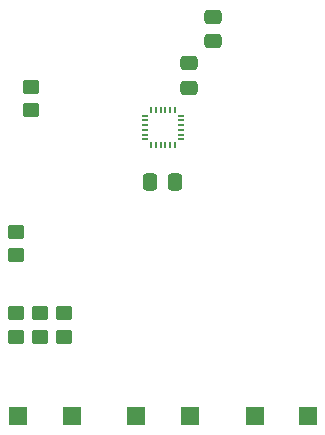
<source format=gbr>
%TF.GenerationSoftware,KiCad,Pcbnew,9.0.3*%
%TF.CreationDate,2025-09-07T19:35:51+01:00*%
%TF.ProjectId,cheetoPet,63686565-746f-4506-9574-2e6b69636164,v0.2*%
%TF.SameCoordinates,Original*%
%TF.FileFunction,Paste,Top*%
%TF.FilePolarity,Positive*%
%FSLAX46Y46*%
G04 Gerber Fmt 4.6, Leading zero omitted, Abs format (unit mm)*
G04 Created by KiCad (PCBNEW 9.0.3) date 2025-09-07 19:35:51*
%MOMM*%
%LPD*%
G01*
G04 APERTURE LIST*
G04 Aperture macros list*
%AMRoundRect*
0 Rectangle with rounded corners*
0 $1 Rounding radius*
0 $2 $3 $4 $5 $6 $7 $8 $9 X,Y pos of 4 corners*
0 Add a 4 corners polygon primitive as box body*
4,1,4,$2,$3,$4,$5,$6,$7,$8,$9,$2,$3,0*
0 Add four circle primitives for the rounded corners*
1,1,$1+$1,$2,$3*
1,1,$1+$1,$4,$5*
1,1,$1+$1,$6,$7*
1,1,$1+$1,$8,$9*
0 Add four rect primitives between the rounded corners*
20,1,$1+$1,$2,$3,$4,$5,0*
20,1,$1+$1,$4,$5,$6,$7,0*
20,1,$1+$1,$6,$7,$8,$9,0*
20,1,$1+$1,$8,$9,$2,$3,0*%
G04 Aperture macros list end*
%ADD10R,1.600000X1.500000*%
%ADD11RoundRect,0.050000X-0.225000X-0.050000X0.225000X-0.050000X0.225000X0.050000X-0.225000X0.050000X0*%
%ADD12RoundRect,0.050000X0.050000X-0.225000X0.050000X0.225000X-0.050000X0.225000X-0.050000X-0.225000X0*%
%ADD13RoundRect,0.250000X0.450000X-0.350000X0.450000X0.350000X-0.450000X0.350000X-0.450000X-0.350000X0*%
%ADD14RoundRect,0.250000X0.475000X-0.337500X0.475000X0.337500X-0.475000X0.337500X-0.475000X-0.337500X0*%
%ADD15RoundRect,0.250000X-0.450000X0.350000X-0.450000X-0.350000X0.450000X-0.350000X0.450000X0.350000X0*%
%ADD16RoundRect,0.250000X-0.337500X-0.475000X0.337500X-0.475000X0.337500X0.475000X-0.337500X0.475000X0*%
G04 APERTURE END LIST*
D10*
%TO.C,SW1*%
X146050000Y-125800000D03*
X150550000Y-125800000D03*
%TD*%
D11*
%TO.C,U2*%
X156800000Y-100400000D03*
X156800000Y-100800000D03*
X156800000Y-101200000D03*
X156800000Y-101600000D03*
X156800000Y-102000000D03*
X156800000Y-102400000D03*
D12*
X157300000Y-102900000D03*
X157700000Y-102900000D03*
X158100000Y-102900000D03*
X158500000Y-102900000D03*
X158900000Y-102900000D03*
X159300000Y-102900000D03*
D11*
X159800000Y-102400000D03*
X159800000Y-102000000D03*
X159800000Y-101600000D03*
X159800000Y-101200000D03*
X159800000Y-100800000D03*
X159800000Y-100400000D03*
D12*
X159300000Y-99900000D03*
X158900000Y-99900000D03*
X158500000Y-99900000D03*
X158100000Y-99900000D03*
X157700000Y-99900000D03*
X157300000Y-99900000D03*
%TD*%
D13*
%TO.C,R8*%
X147150000Y-99950000D03*
X147150000Y-97950000D03*
%TD*%
D10*
%TO.C,SW3*%
X166050000Y-125800000D03*
X170550000Y-125800000D03*
%TD*%
D14*
%TO.C,C4*%
X162500000Y-94087500D03*
X162500000Y-92012500D03*
%TD*%
D13*
%TO.C,R13*%
X145850000Y-112200000D03*
X145850000Y-110200000D03*
%TD*%
D10*
%TO.C,SW2*%
X156050000Y-125800000D03*
X160550000Y-125800000D03*
%TD*%
D13*
%TO.C,R9*%
X149950000Y-119100000D03*
X149950000Y-117100000D03*
%TD*%
D14*
%TO.C,C3*%
X160500000Y-98037500D03*
X160500000Y-95962500D03*
%TD*%
D15*
%TO.C,R12*%
X147900000Y-117100000D03*
X147900000Y-119100000D03*
%TD*%
D16*
%TO.C,C2*%
X157212500Y-106050000D03*
X159287500Y-106050000D03*
%TD*%
D13*
%TO.C,R10*%
X145850000Y-119100000D03*
X145850000Y-117100000D03*
%TD*%
M02*

</source>
